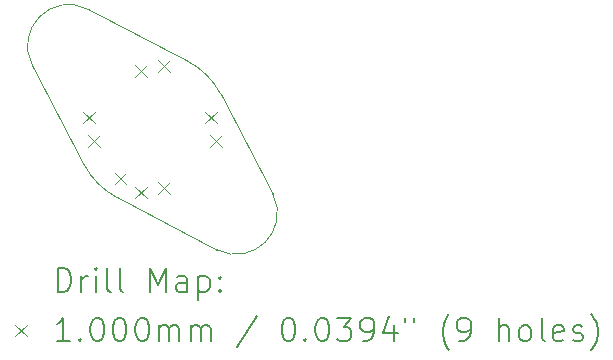
<source format=gbr>
%TF.GenerationSoftware,KiCad,Pcbnew,7.0.5*%
%TF.CreationDate,2023-06-18T14:53:14+02:00*%
%TF.ProjectId,RKJXM1015004_Angled,524b4a58-4d31-4303-9135-3030345f416e,rev?*%
%TF.SameCoordinates,Original*%
%TF.FileFunction,Drillmap*%
%TF.FilePolarity,Positive*%
%FSLAX45Y45*%
G04 Gerber Fmt 4.5, Leading zero omitted, Abs format (unit mm)*
G04 Created by KiCad (PCBNEW 7.0.5) date 2023-06-18 14:53:14*
%MOMM*%
%LPD*%
G01*
G04 APERTURE LIST*
%ADD10C,0.100000*%
%ADD11C,0.200000*%
G04 APERTURE END LIST*
D10*
X3320114Y-3550564D02*
G75*
G03*
X3595883Y-3826335I576646J300874D01*
G01*
X3351181Y-2232558D02*
G75*
G03*
X2879006Y-2704735I-161841J-310335D01*
G01*
X4472783Y-2949436D02*
G75*
G03*
X4197010Y-2673665I-576333J-300564D01*
G01*
X4913888Y-3795265D02*
X4472781Y-2949437D01*
X2879006Y-2704735D02*
X3320113Y-3550565D01*
X4441712Y-4267441D02*
X3595883Y-3826335D01*
X4441711Y-4267442D02*
G75*
G03*
X4913888Y-3795265I161842J310335D01*
G01*
X4197010Y-2673665D02*
X3351181Y-2232559D01*
D11*
D10*
X3311447Y-3100000D02*
X3411447Y-3200000D01*
X3411447Y-3100000D02*
X3311447Y-3200000D01*
X3351447Y-3300000D02*
X3451447Y-3400000D01*
X3451447Y-3300000D02*
X3351447Y-3400000D01*
X3576447Y-3615000D02*
X3676447Y-3715000D01*
X3676447Y-3615000D02*
X3576447Y-3715000D01*
X3746447Y-2705000D02*
X3846447Y-2805000D01*
X3846447Y-2705000D02*
X3746447Y-2805000D01*
X3746447Y-3735000D02*
X3846447Y-3835000D01*
X3846447Y-3735000D02*
X3746447Y-3835000D01*
X3946447Y-2665000D02*
X4046447Y-2765000D01*
X4046447Y-2665000D02*
X3946447Y-2765000D01*
X3946447Y-3695000D02*
X4046447Y-3795000D01*
X4046447Y-3695000D02*
X3946447Y-3795000D01*
X4341447Y-3100000D02*
X4441447Y-3200000D01*
X4441447Y-3100000D02*
X4341447Y-3200000D01*
X4381447Y-3300000D02*
X4481447Y-3400000D01*
X4481447Y-3300000D02*
X4381447Y-3400000D01*
D11*
X3095116Y-4623591D02*
X3095116Y-4423591D01*
X3095116Y-4423591D02*
X3142735Y-4423591D01*
X3142735Y-4423591D02*
X3171307Y-4433115D01*
X3171307Y-4433115D02*
X3190355Y-4452163D01*
X3190355Y-4452163D02*
X3199878Y-4471210D01*
X3199878Y-4471210D02*
X3209402Y-4509305D01*
X3209402Y-4509305D02*
X3209402Y-4537877D01*
X3209402Y-4537877D02*
X3199878Y-4575972D01*
X3199878Y-4575972D02*
X3190355Y-4595020D01*
X3190355Y-4595020D02*
X3171307Y-4614067D01*
X3171307Y-4614067D02*
X3142735Y-4623591D01*
X3142735Y-4623591D02*
X3095116Y-4623591D01*
X3295116Y-4623591D02*
X3295116Y-4490258D01*
X3295116Y-4528353D02*
X3304640Y-4509305D01*
X3304640Y-4509305D02*
X3314164Y-4499782D01*
X3314164Y-4499782D02*
X3333212Y-4490258D01*
X3333212Y-4490258D02*
X3352259Y-4490258D01*
X3418926Y-4623591D02*
X3418926Y-4490258D01*
X3418926Y-4423591D02*
X3409402Y-4433115D01*
X3409402Y-4433115D02*
X3418926Y-4442639D01*
X3418926Y-4442639D02*
X3428450Y-4433115D01*
X3428450Y-4433115D02*
X3418926Y-4423591D01*
X3418926Y-4423591D02*
X3418926Y-4442639D01*
X3542735Y-4623591D02*
X3523688Y-4614067D01*
X3523688Y-4614067D02*
X3514164Y-4595020D01*
X3514164Y-4595020D02*
X3514164Y-4423591D01*
X3647497Y-4623591D02*
X3628450Y-4614067D01*
X3628450Y-4614067D02*
X3618926Y-4595020D01*
X3618926Y-4595020D02*
X3618926Y-4423591D01*
X3876069Y-4623591D02*
X3876069Y-4423591D01*
X3876069Y-4423591D02*
X3942736Y-4566448D01*
X3942736Y-4566448D02*
X4009402Y-4423591D01*
X4009402Y-4423591D02*
X4009402Y-4623591D01*
X4190355Y-4623591D02*
X4190355Y-4518829D01*
X4190355Y-4518829D02*
X4180831Y-4499782D01*
X4180831Y-4499782D02*
X4161783Y-4490258D01*
X4161783Y-4490258D02*
X4123688Y-4490258D01*
X4123688Y-4490258D02*
X4104640Y-4499782D01*
X4190355Y-4614067D02*
X4171307Y-4623591D01*
X4171307Y-4623591D02*
X4123688Y-4623591D01*
X4123688Y-4623591D02*
X4104640Y-4614067D01*
X4104640Y-4614067D02*
X4095116Y-4595020D01*
X4095116Y-4595020D02*
X4095116Y-4575972D01*
X4095116Y-4575972D02*
X4104640Y-4556925D01*
X4104640Y-4556925D02*
X4123688Y-4547401D01*
X4123688Y-4547401D02*
X4171307Y-4547401D01*
X4171307Y-4547401D02*
X4190355Y-4537877D01*
X4285593Y-4490258D02*
X4285593Y-4690258D01*
X4285593Y-4499782D02*
X4304640Y-4490258D01*
X4304640Y-4490258D02*
X4342736Y-4490258D01*
X4342736Y-4490258D02*
X4361783Y-4499782D01*
X4361783Y-4499782D02*
X4371307Y-4509305D01*
X4371307Y-4509305D02*
X4380831Y-4528353D01*
X4380831Y-4528353D02*
X4380831Y-4585496D01*
X4380831Y-4585496D02*
X4371307Y-4604544D01*
X4371307Y-4604544D02*
X4361783Y-4614067D01*
X4361783Y-4614067D02*
X4342736Y-4623591D01*
X4342736Y-4623591D02*
X4304640Y-4623591D01*
X4304640Y-4623591D02*
X4285593Y-4614067D01*
X4466545Y-4604544D02*
X4476069Y-4614067D01*
X4476069Y-4614067D02*
X4466545Y-4623591D01*
X4466545Y-4623591D02*
X4457021Y-4614067D01*
X4457021Y-4614067D02*
X4466545Y-4604544D01*
X4466545Y-4604544D02*
X4466545Y-4623591D01*
X4466545Y-4499782D02*
X4476069Y-4509305D01*
X4476069Y-4509305D02*
X4466545Y-4518829D01*
X4466545Y-4518829D02*
X4457021Y-4509305D01*
X4457021Y-4509305D02*
X4466545Y-4499782D01*
X4466545Y-4499782D02*
X4466545Y-4518829D01*
D10*
X2734340Y-4902107D02*
X2834340Y-5002107D01*
X2834340Y-4902107D02*
X2734340Y-5002107D01*
D11*
X3199878Y-5043591D02*
X3085593Y-5043591D01*
X3142735Y-5043591D02*
X3142735Y-4843591D01*
X3142735Y-4843591D02*
X3123688Y-4872163D01*
X3123688Y-4872163D02*
X3104640Y-4891210D01*
X3104640Y-4891210D02*
X3085593Y-4900734D01*
X3285593Y-5024544D02*
X3295116Y-5034067D01*
X3295116Y-5034067D02*
X3285593Y-5043591D01*
X3285593Y-5043591D02*
X3276069Y-5034067D01*
X3276069Y-5034067D02*
X3285593Y-5024544D01*
X3285593Y-5024544D02*
X3285593Y-5043591D01*
X3418926Y-4843591D02*
X3437974Y-4843591D01*
X3437974Y-4843591D02*
X3457021Y-4853115D01*
X3457021Y-4853115D02*
X3466545Y-4862639D01*
X3466545Y-4862639D02*
X3476069Y-4881686D01*
X3476069Y-4881686D02*
X3485593Y-4919782D01*
X3485593Y-4919782D02*
X3485593Y-4967401D01*
X3485593Y-4967401D02*
X3476069Y-5005496D01*
X3476069Y-5005496D02*
X3466545Y-5024544D01*
X3466545Y-5024544D02*
X3457021Y-5034067D01*
X3457021Y-5034067D02*
X3437974Y-5043591D01*
X3437974Y-5043591D02*
X3418926Y-5043591D01*
X3418926Y-5043591D02*
X3399878Y-5034067D01*
X3399878Y-5034067D02*
X3390355Y-5024544D01*
X3390355Y-5024544D02*
X3380831Y-5005496D01*
X3380831Y-5005496D02*
X3371307Y-4967401D01*
X3371307Y-4967401D02*
X3371307Y-4919782D01*
X3371307Y-4919782D02*
X3380831Y-4881686D01*
X3380831Y-4881686D02*
X3390355Y-4862639D01*
X3390355Y-4862639D02*
X3399878Y-4853115D01*
X3399878Y-4853115D02*
X3418926Y-4843591D01*
X3609402Y-4843591D02*
X3628450Y-4843591D01*
X3628450Y-4843591D02*
X3647497Y-4853115D01*
X3647497Y-4853115D02*
X3657021Y-4862639D01*
X3657021Y-4862639D02*
X3666545Y-4881686D01*
X3666545Y-4881686D02*
X3676069Y-4919782D01*
X3676069Y-4919782D02*
X3676069Y-4967401D01*
X3676069Y-4967401D02*
X3666545Y-5005496D01*
X3666545Y-5005496D02*
X3657021Y-5024544D01*
X3657021Y-5024544D02*
X3647497Y-5034067D01*
X3647497Y-5034067D02*
X3628450Y-5043591D01*
X3628450Y-5043591D02*
X3609402Y-5043591D01*
X3609402Y-5043591D02*
X3590355Y-5034067D01*
X3590355Y-5034067D02*
X3580831Y-5024544D01*
X3580831Y-5024544D02*
X3571307Y-5005496D01*
X3571307Y-5005496D02*
X3561783Y-4967401D01*
X3561783Y-4967401D02*
X3561783Y-4919782D01*
X3561783Y-4919782D02*
X3571307Y-4881686D01*
X3571307Y-4881686D02*
X3580831Y-4862639D01*
X3580831Y-4862639D02*
X3590355Y-4853115D01*
X3590355Y-4853115D02*
X3609402Y-4843591D01*
X3799878Y-4843591D02*
X3818926Y-4843591D01*
X3818926Y-4843591D02*
X3837974Y-4853115D01*
X3837974Y-4853115D02*
X3847497Y-4862639D01*
X3847497Y-4862639D02*
X3857021Y-4881686D01*
X3857021Y-4881686D02*
X3866545Y-4919782D01*
X3866545Y-4919782D02*
X3866545Y-4967401D01*
X3866545Y-4967401D02*
X3857021Y-5005496D01*
X3857021Y-5005496D02*
X3847497Y-5024544D01*
X3847497Y-5024544D02*
X3837974Y-5034067D01*
X3837974Y-5034067D02*
X3818926Y-5043591D01*
X3818926Y-5043591D02*
X3799878Y-5043591D01*
X3799878Y-5043591D02*
X3780831Y-5034067D01*
X3780831Y-5034067D02*
X3771307Y-5024544D01*
X3771307Y-5024544D02*
X3761783Y-5005496D01*
X3761783Y-5005496D02*
X3752259Y-4967401D01*
X3752259Y-4967401D02*
X3752259Y-4919782D01*
X3752259Y-4919782D02*
X3761783Y-4881686D01*
X3761783Y-4881686D02*
X3771307Y-4862639D01*
X3771307Y-4862639D02*
X3780831Y-4853115D01*
X3780831Y-4853115D02*
X3799878Y-4843591D01*
X3952259Y-5043591D02*
X3952259Y-4910258D01*
X3952259Y-4929305D02*
X3961783Y-4919782D01*
X3961783Y-4919782D02*
X3980831Y-4910258D01*
X3980831Y-4910258D02*
X4009402Y-4910258D01*
X4009402Y-4910258D02*
X4028450Y-4919782D01*
X4028450Y-4919782D02*
X4037974Y-4938829D01*
X4037974Y-4938829D02*
X4037974Y-5043591D01*
X4037974Y-4938829D02*
X4047497Y-4919782D01*
X4047497Y-4919782D02*
X4066545Y-4910258D01*
X4066545Y-4910258D02*
X4095116Y-4910258D01*
X4095116Y-4910258D02*
X4114164Y-4919782D01*
X4114164Y-4919782D02*
X4123688Y-4938829D01*
X4123688Y-4938829D02*
X4123688Y-5043591D01*
X4218926Y-5043591D02*
X4218926Y-4910258D01*
X4218926Y-4929305D02*
X4228450Y-4919782D01*
X4228450Y-4919782D02*
X4247498Y-4910258D01*
X4247498Y-4910258D02*
X4276069Y-4910258D01*
X4276069Y-4910258D02*
X4295117Y-4919782D01*
X4295117Y-4919782D02*
X4304640Y-4938829D01*
X4304640Y-4938829D02*
X4304640Y-5043591D01*
X4304640Y-4938829D02*
X4314164Y-4919782D01*
X4314164Y-4919782D02*
X4333212Y-4910258D01*
X4333212Y-4910258D02*
X4361783Y-4910258D01*
X4361783Y-4910258D02*
X4380831Y-4919782D01*
X4380831Y-4919782D02*
X4390355Y-4938829D01*
X4390355Y-4938829D02*
X4390355Y-5043591D01*
X4780831Y-4834067D02*
X4609402Y-5091210D01*
X5037974Y-4843591D02*
X5057022Y-4843591D01*
X5057022Y-4843591D02*
X5076069Y-4853115D01*
X5076069Y-4853115D02*
X5085593Y-4862639D01*
X5085593Y-4862639D02*
X5095117Y-4881686D01*
X5095117Y-4881686D02*
X5104641Y-4919782D01*
X5104641Y-4919782D02*
X5104641Y-4967401D01*
X5104641Y-4967401D02*
X5095117Y-5005496D01*
X5095117Y-5005496D02*
X5085593Y-5024544D01*
X5085593Y-5024544D02*
X5076069Y-5034067D01*
X5076069Y-5034067D02*
X5057022Y-5043591D01*
X5057022Y-5043591D02*
X5037974Y-5043591D01*
X5037974Y-5043591D02*
X5018926Y-5034067D01*
X5018926Y-5034067D02*
X5009402Y-5024544D01*
X5009402Y-5024544D02*
X4999879Y-5005496D01*
X4999879Y-5005496D02*
X4990355Y-4967401D01*
X4990355Y-4967401D02*
X4990355Y-4919782D01*
X4990355Y-4919782D02*
X4999879Y-4881686D01*
X4999879Y-4881686D02*
X5009402Y-4862639D01*
X5009402Y-4862639D02*
X5018926Y-4853115D01*
X5018926Y-4853115D02*
X5037974Y-4843591D01*
X5190355Y-5024544D02*
X5199879Y-5034067D01*
X5199879Y-5034067D02*
X5190355Y-5043591D01*
X5190355Y-5043591D02*
X5180831Y-5034067D01*
X5180831Y-5034067D02*
X5190355Y-5024544D01*
X5190355Y-5024544D02*
X5190355Y-5043591D01*
X5323688Y-4843591D02*
X5342736Y-4843591D01*
X5342736Y-4843591D02*
X5361783Y-4853115D01*
X5361783Y-4853115D02*
X5371307Y-4862639D01*
X5371307Y-4862639D02*
X5380831Y-4881686D01*
X5380831Y-4881686D02*
X5390355Y-4919782D01*
X5390355Y-4919782D02*
X5390355Y-4967401D01*
X5390355Y-4967401D02*
X5380831Y-5005496D01*
X5380831Y-5005496D02*
X5371307Y-5024544D01*
X5371307Y-5024544D02*
X5361783Y-5034067D01*
X5361783Y-5034067D02*
X5342736Y-5043591D01*
X5342736Y-5043591D02*
X5323688Y-5043591D01*
X5323688Y-5043591D02*
X5304641Y-5034067D01*
X5304641Y-5034067D02*
X5295117Y-5024544D01*
X5295117Y-5024544D02*
X5285593Y-5005496D01*
X5285593Y-5005496D02*
X5276069Y-4967401D01*
X5276069Y-4967401D02*
X5276069Y-4919782D01*
X5276069Y-4919782D02*
X5285593Y-4881686D01*
X5285593Y-4881686D02*
X5295117Y-4862639D01*
X5295117Y-4862639D02*
X5304641Y-4853115D01*
X5304641Y-4853115D02*
X5323688Y-4843591D01*
X5457022Y-4843591D02*
X5580831Y-4843591D01*
X5580831Y-4843591D02*
X5514164Y-4919782D01*
X5514164Y-4919782D02*
X5542736Y-4919782D01*
X5542736Y-4919782D02*
X5561783Y-4929305D01*
X5561783Y-4929305D02*
X5571307Y-4938829D01*
X5571307Y-4938829D02*
X5580831Y-4957877D01*
X5580831Y-4957877D02*
X5580831Y-5005496D01*
X5580831Y-5005496D02*
X5571307Y-5024544D01*
X5571307Y-5024544D02*
X5561783Y-5034067D01*
X5561783Y-5034067D02*
X5542736Y-5043591D01*
X5542736Y-5043591D02*
X5485593Y-5043591D01*
X5485593Y-5043591D02*
X5466545Y-5034067D01*
X5466545Y-5034067D02*
X5457022Y-5024544D01*
X5676069Y-5043591D02*
X5714164Y-5043591D01*
X5714164Y-5043591D02*
X5733212Y-5034067D01*
X5733212Y-5034067D02*
X5742736Y-5024544D01*
X5742736Y-5024544D02*
X5761783Y-4995972D01*
X5761783Y-4995972D02*
X5771307Y-4957877D01*
X5771307Y-4957877D02*
X5771307Y-4881686D01*
X5771307Y-4881686D02*
X5761783Y-4862639D01*
X5761783Y-4862639D02*
X5752260Y-4853115D01*
X5752260Y-4853115D02*
X5733212Y-4843591D01*
X5733212Y-4843591D02*
X5695117Y-4843591D01*
X5695117Y-4843591D02*
X5676069Y-4853115D01*
X5676069Y-4853115D02*
X5666545Y-4862639D01*
X5666545Y-4862639D02*
X5657021Y-4881686D01*
X5657021Y-4881686D02*
X5657021Y-4929305D01*
X5657021Y-4929305D02*
X5666545Y-4948353D01*
X5666545Y-4948353D02*
X5676069Y-4957877D01*
X5676069Y-4957877D02*
X5695117Y-4967401D01*
X5695117Y-4967401D02*
X5733212Y-4967401D01*
X5733212Y-4967401D02*
X5752260Y-4957877D01*
X5752260Y-4957877D02*
X5761783Y-4948353D01*
X5761783Y-4948353D02*
X5771307Y-4929305D01*
X5942736Y-4910258D02*
X5942736Y-5043591D01*
X5895117Y-4834067D02*
X5847498Y-4976925D01*
X5847498Y-4976925D02*
X5971307Y-4976925D01*
X6037974Y-4843591D02*
X6037974Y-4881686D01*
X6114164Y-4843591D02*
X6114164Y-4881686D01*
X6409403Y-5119782D02*
X6399879Y-5110258D01*
X6399879Y-5110258D02*
X6380831Y-5081686D01*
X6380831Y-5081686D02*
X6371307Y-5062639D01*
X6371307Y-5062639D02*
X6361783Y-5034067D01*
X6361783Y-5034067D02*
X6352260Y-4986448D01*
X6352260Y-4986448D02*
X6352260Y-4948353D01*
X6352260Y-4948353D02*
X6361783Y-4900734D01*
X6361783Y-4900734D02*
X6371307Y-4872163D01*
X6371307Y-4872163D02*
X6380831Y-4853115D01*
X6380831Y-4853115D02*
X6399879Y-4824544D01*
X6399879Y-4824544D02*
X6409403Y-4815020D01*
X6495117Y-5043591D02*
X6533212Y-5043591D01*
X6533212Y-5043591D02*
X6552260Y-5034067D01*
X6552260Y-5034067D02*
X6561783Y-5024544D01*
X6561783Y-5024544D02*
X6580831Y-4995972D01*
X6580831Y-4995972D02*
X6590355Y-4957877D01*
X6590355Y-4957877D02*
X6590355Y-4881686D01*
X6590355Y-4881686D02*
X6580831Y-4862639D01*
X6580831Y-4862639D02*
X6571307Y-4853115D01*
X6571307Y-4853115D02*
X6552260Y-4843591D01*
X6552260Y-4843591D02*
X6514164Y-4843591D01*
X6514164Y-4843591D02*
X6495117Y-4853115D01*
X6495117Y-4853115D02*
X6485593Y-4862639D01*
X6485593Y-4862639D02*
X6476069Y-4881686D01*
X6476069Y-4881686D02*
X6476069Y-4929305D01*
X6476069Y-4929305D02*
X6485593Y-4948353D01*
X6485593Y-4948353D02*
X6495117Y-4957877D01*
X6495117Y-4957877D02*
X6514164Y-4967401D01*
X6514164Y-4967401D02*
X6552260Y-4967401D01*
X6552260Y-4967401D02*
X6571307Y-4957877D01*
X6571307Y-4957877D02*
X6580831Y-4948353D01*
X6580831Y-4948353D02*
X6590355Y-4929305D01*
X6828450Y-5043591D02*
X6828450Y-4843591D01*
X6914164Y-5043591D02*
X6914164Y-4938829D01*
X6914164Y-4938829D02*
X6904641Y-4919782D01*
X6904641Y-4919782D02*
X6885593Y-4910258D01*
X6885593Y-4910258D02*
X6857022Y-4910258D01*
X6857022Y-4910258D02*
X6837974Y-4919782D01*
X6837974Y-4919782D02*
X6828450Y-4929305D01*
X7037974Y-5043591D02*
X7018926Y-5034067D01*
X7018926Y-5034067D02*
X7009403Y-5024544D01*
X7009403Y-5024544D02*
X6999879Y-5005496D01*
X6999879Y-5005496D02*
X6999879Y-4948353D01*
X6999879Y-4948353D02*
X7009403Y-4929305D01*
X7009403Y-4929305D02*
X7018926Y-4919782D01*
X7018926Y-4919782D02*
X7037974Y-4910258D01*
X7037974Y-4910258D02*
X7066545Y-4910258D01*
X7066545Y-4910258D02*
X7085593Y-4919782D01*
X7085593Y-4919782D02*
X7095117Y-4929305D01*
X7095117Y-4929305D02*
X7104641Y-4948353D01*
X7104641Y-4948353D02*
X7104641Y-5005496D01*
X7104641Y-5005496D02*
X7095117Y-5024544D01*
X7095117Y-5024544D02*
X7085593Y-5034067D01*
X7085593Y-5034067D02*
X7066545Y-5043591D01*
X7066545Y-5043591D02*
X7037974Y-5043591D01*
X7218926Y-5043591D02*
X7199879Y-5034067D01*
X7199879Y-5034067D02*
X7190355Y-5015020D01*
X7190355Y-5015020D02*
X7190355Y-4843591D01*
X7371307Y-5034067D02*
X7352260Y-5043591D01*
X7352260Y-5043591D02*
X7314164Y-5043591D01*
X7314164Y-5043591D02*
X7295117Y-5034067D01*
X7295117Y-5034067D02*
X7285593Y-5015020D01*
X7285593Y-5015020D02*
X7285593Y-4938829D01*
X7285593Y-4938829D02*
X7295117Y-4919782D01*
X7295117Y-4919782D02*
X7314164Y-4910258D01*
X7314164Y-4910258D02*
X7352260Y-4910258D01*
X7352260Y-4910258D02*
X7371307Y-4919782D01*
X7371307Y-4919782D02*
X7380831Y-4938829D01*
X7380831Y-4938829D02*
X7380831Y-4957877D01*
X7380831Y-4957877D02*
X7285593Y-4976925D01*
X7457022Y-5034067D02*
X7476069Y-5043591D01*
X7476069Y-5043591D02*
X7514164Y-5043591D01*
X7514164Y-5043591D02*
X7533212Y-5034067D01*
X7533212Y-5034067D02*
X7542736Y-5015020D01*
X7542736Y-5015020D02*
X7542736Y-5005496D01*
X7542736Y-5005496D02*
X7533212Y-4986448D01*
X7533212Y-4986448D02*
X7514164Y-4976925D01*
X7514164Y-4976925D02*
X7485593Y-4976925D01*
X7485593Y-4976925D02*
X7466545Y-4967401D01*
X7466545Y-4967401D02*
X7457022Y-4948353D01*
X7457022Y-4948353D02*
X7457022Y-4938829D01*
X7457022Y-4938829D02*
X7466545Y-4919782D01*
X7466545Y-4919782D02*
X7485593Y-4910258D01*
X7485593Y-4910258D02*
X7514164Y-4910258D01*
X7514164Y-4910258D02*
X7533212Y-4919782D01*
X7609403Y-5119782D02*
X7618926Y-5110258D01*
X7618926Y-5110258D02*
X7637974Y-5081686D01*
X7637974Y-5081686D02*
X7647498Y-5062639D01*
X7647498Y-5062639D02*
X7657022Y-5034067D01*
X7657022Y-5034067D02*
X7666545Y-4986448D01*
X7666545Y-4986448D02*
X7666545Y-4948353D01*
X7666545Y-4948353D02*
X7657022Y-4900734D01*
X7657022Y-4900734D02*
X7647498Y-4872163D01*
X7647498Y-4872163D02*
X7637974Y-4853115D01*
X7637974Y-4853115D02*
X7618926Y-4824544D01*
X7618926Y-4824544D02*
X7609403Y-4815020D01*
M02*

</source>
